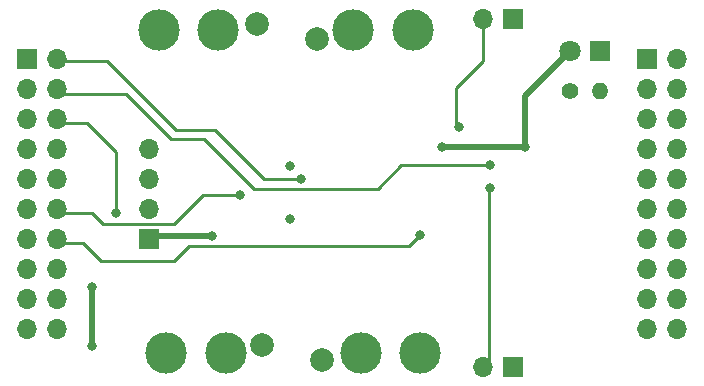
<source format=gbr>
%TF.GenerationSoftware,KiCad,Pcbnew,(5.1.6)-1*%
%TF.CreationDate,2020-06-16T01:11:05+01:00*%
%TF.ProjectId,peltier_driver_pcb,70656c74-6965-4725-9f64-72697665725f,rev?*%
%TF.SameCoordinates,Original*%
%TF.FileFunction,Copper,L2,Bot*%
%TF.FilePolarity,Positive*%
%FSLAX46Y46*%
G04 Gerber Fmt 4.6, Leading zero omitted, Abs format (unit mm)*
G04 Created by KiCad (PCBNEW (5.1.6)-1) date 2020-06-16 01:11:05*
%MOMM*%
%LPD*%
G01*
G04 APERTURE LIST*
%TA.AperFunction,ComponentPad*%
%ADD10O,1.700000X1.700000*%
%TD*%
%TA.AperFunction,ComponentPad*%
%ADD11R,1.700000X1.700000*%
%TD*%
%TA.AperFunction,ComponentPad*%
%ADD12C,2.010000*%
%TD*%
%TA.AperFunction,ComponentPad*%
%ADD13C,3.500000*%
%TD*%
%TA.AperFunction,ComponentPad*%
%ADD14C,1.400000*%
%TD*%
%TA.AperFunction,ComponentPad*%
%ADD15O,1.400000X1.400000*%
%TD*%
%TA.AperFunction,ComponentPad*%
%ADD16R,1.800000X1.800000*%
%TD*%
%TA.AperFunction,ComponentPad*%
%ADD17C,1.800000*%
%TD*%
%TA.AperFunction,ViaPad*%
%ADD18C,0.800000*%
%TD*%
%TA.AperFunction,Conductor*%
%ADD19C,0.500000*%
%TD*%
%TA.AperFunction,Conductor*%
%ADD20C,0.250000*%
%TD*%
G04 APERTURE END LIST*
D10*
%TO.P,U1,4*%
%TO.N,SDA*%
X120298000Y-66246000D03*
%TO.P,U1,3*%
%TO.N,SCL*%
X120298000Y-68786000D03*
%TO.P,U1,2*%
%TO.N,+3V3*%
X120298000Y-71326000D03*
D11*
%TO.P,U1,1*%
%TO.N,GND*%
X120298000Y-73866000D03*
%TD*%
D10*
%TO.P,J3,2*%
%TO.N,Net-(J3-Pad2)*%
X148624000Y-84714000D03*
D11*
%TO.P,J3,1*%
%TO.N,GND*%
X151164000Y-84714000D03*
%TD*%
%TO.P,J10,1*%
%TO.N,GND*%
X151164000Y-55250000D03*
D10*
%TO.P,J10,2*%
%TO.N,Net-(J10-Pad2)*%
X148624000Y-55250000D03*
%TD*%
D11*
%TO.P,J9,1*%
%TO.N,A0*%
X109960000Y-58640000D03*
D10*
%TO.P,J9,2*%
%TO.N,I_sense_2*%
X112500000Y-58640000D03*
%TO.P,J9,3*%
%TO.N,A1*%
X109960000Y-61180000D03*
%TO.P,J9,4*%
%TO.N,T_sense2*%
X112500000Y-61180000D03*
%TO.P,J9,5*%
%TO.N,A2*%
X109960000Y-63720000D03*
%TO.P,J9,6*%
%TO.N,+3V3*%
X112500000Y-63720000D03*
%TO.P,J9,7*%
%TO.N,A3*%
X109960000Y-66260000D03*
%TO.P,J9,8*%
%TO.N,SDA*%
X112500000Y-66260000D03*
%TO.P,J9,9*%
%TO.N,A4*%
X109960000Y-68800000D03*
%TO.P,J9,10*%
%TO.N,SCL*%
X112500000Y-68800000D03*
%TO.P,J9,11*%
%TO.N,D0*%
X109960000Y-71340000D03*
%TO.P,J9,12*%
%TO.N,I_sense_1*%
X112500000Y-71340000D03*
%TO.P,J9,13*%
%TO.N,D1*%
X109960000Y-73880000D03*
%TO.P,J9,14*%
%TO.N,T_sense1*%
X112500000Y-73880000D03*
%TO.P,J9,15*%
%TO.N,D2*%
X109960000Y-76420000D03*
%TO.P,J9,16*%
%TO.N,D3*%
X112500000Y-76420000D03*
%TO.P,J9,17*%
%TO.N,PWM0*%
X109960000Y-78960000D03*
%TO.P,J9,18*%
%TO.N,+5V*%
X112500000Y-78960000D03*
%TO.P,J9,19*%
%TO.N,PWM1*%
X109960000Y-81500000D03*
%TO.P,J9,20*%
%TO.N,GND*%
X112500000Y-81500000D03*
%TD*%
D12*
%TO.P,F1,1*%
%TO.N,Net-(F1-Pad1)*%
X129466000Y-55736000D03*
%TO.P,F1,2*%
%TO.N,Net-(F1-Pad2)*%
X134566000Y-56936000D03*
%TD*%
%TO.P,F6,2*%
%TO.N,Net-(F6-Pad2)*%
X134947000Y-84114000D03*
%TO.P,F6,1*%
%TO.N,Net-(F6-Pad1)*%
X129847000Y-82914000D03*
%TD*%
D13*
%TO.P,J1,1*%
%TO.N,Net-(F1-Pad2)*%
X137594000Y-56244000D03*
%TD*%
%TO.P,J2,1*%
%TO.N,Net-(F1-Pad1)*%
X126164000Y-56244000D03*
%TD*%
%TO.P,J4,1*%
%TO.N,Net-(J4-Pad1)*%
X121164000Y-56244000D03*
%TD*%
%TO.P,J5,1*%
%TO.N,Net-(J5-Pad1)*%
X142674000Y-56244000D03*
%TD*%
%TO.P,J21,1*%
%TO.N,Net-(F6-Pad2)*%
X138229000Y-83549000D03*
%TD*%
%TO.P,J22,1*%
%TO.N,Net-(F6-Pad1)*%
X126799000Y-83549000D03*
%TD*%
%TO.P,J25,1*%
%TO.N,Net-(J25-Pad1)*%
X143229000Y-83549000D03*
%TD*%
%TO.P,J28,1*%
%TO.N,Net-(J28-Pad1)*%
X121719000Y-83549000D03*
%TD*%
D11*
%TO.P,J6,1*%
%TO.N,Net-(J6-Pad1)*%
X162500000Y-58640000D03*
D10*
%TO.P,J6,2*%
%TO.N,Net-(J6-Pad2)*%
X165040000Y-58640000D03*
%TO.P,J6,3*%
%TO.N,Net-(J6-Pad3)*%
X162500000Y-61180000D03*
%TO.P,J6,4*%
%TO.N,Net-(J6-Pad4)*%
X165040000Y-61180000D03*
%TO.P,J6,5*%
%TO.N,Net-(J6-Pad5)*%
X162500000Y-63720000D03*
%TO.P,J6,6*%
%TO.N,Net-(J6-Pad6)*%
X165040000Y-63720000D03*
%TO.P,J6,7*%
%TO.N,Net-(J6-Pad7)*%
X162500000Y-66260000D03*
%TO.P,J6,8*%
%TO.N,Net-(J6-Pad8)*%
X165040000Y-66260000D03*
%TO.P,J6,9*%
%TO.N,Net-(J6-Pad9)*%
X162500000Y-68800000D03*
%TO.P,J6,10*%
%TO.N,Net-(J6-Pad10)*%
X165040000Y-68800000D03*
%TO.P,J6,11*%
%TO.N,Net-(J6-Pad11)*%
X162500000Y-71340000D03*
%TO.P,J6,12*%
%TO.N,Net-(J6-Pad12)*%
X165040000Y-71340000D03*
%TO.P,J6,13*%
%TO.N,Net-(J6-Pad13)*%
X162500000Y-73880000D03*
%TO.P,J6,14*%
%TO.N,Net-(J6-Pad14)*%
X165040000Y-73880000D03*
%TO.P,J6,15*%
%TO.N,Net-(J6-Pad15)*%
X162500000Y-76420000D03*
%TO.P,J6,16*%
%TO.N,Net-(J6-Pad16)*%
X165040000Y-76420000D03*
%TO.P,J6,17*%
%TO.N,Net-(J6-Pad17)*%
X162500000Y-78960000D03*
%TO.P,J6,18*%
%TO.N,Net-(J6-Pad18)*%
X165040000Y-78960000D03*
%TO.P,J6,19*%
%TO.N,Net-(J6-Pad19)*%
X162500000Y-81500000D03*
%TO.P,J6,20*%
%TO.N,Net-(J6-Pad20)*%
X165040000Y-81500000D03*
%TD*%
D14*
%TO.P,R10,1*%
%TO.N,GND*%
X155966000Y-61346000D03*
D15*
%TO.P,R10,2*%
%TO.N,Net-(D1-Pad1)*%
X158506000Y-61346000D03*
%TD*%
D16*
%TO.P,D1,1*%
%TO.N,Net-(D1-Pad1)*%
X158500000Y-58000000D03*
D17*
%TO.P,D1,2*%
%TO.N,+5V*%
X155960000Y-58000000D03*
%TD*%
D18*
%TO.N,GND*%
X115476000Y-82936000D03*
X115476000Y-78000000D03*
X125662400Y-73614200D03*
%TO.N,+3V3*%
X117528000Y-71712600D03*
%TO.N,+5V*%
X152148200Y-66099200D03*
X145087000Y-66099200D03*
X132234600Y-72195200D03*
X132285400Y-67699400D03*
%TO.N,T_sense2*%
X149201800Y-67674000D03*
%TO.N,T_sense1*%
X143258200Y-73541400D03*
%TO.N,Net-(J10-Pad2)*%
X146592000Y-64394000D03*
%TO.N,I_sense_1*%
X128018200Y-70163200D03*
%TO.N,I_sense_2*%
X133149000Y-68817000D03*
%TO.N,Net-(J3-Pad2)*%
X149157400Y-69601000D03*
%TD*%
D19*
%TO.N,GND*%
X115476000Y-78000000D02*
X115476000Y-82000000D01*
X125662400Y-73614200D02*
X125662400Y-73690400D01*
X120549800Y-73614200D02*
X125662400Y-73614200D01*
X120298000Y-73866000D02*
X120549800Y-73614200D01*
X115476000Y-82000000D02*
X115476000Y-82936000D01*
D20*
%TO.N,+3V3*%
X117528000Y-71712600D02*
X117528000Y-66528000D01*
X115080000Y-64080000D02*
X112540000Y-64080000D01*
X117528000Y-66528000D02*
X115080000Y-64080000D01*
D19*
%TO.N,+5V*%
X145087000Y-66099200D02*
X152148200Y-66099200D01*
X152148200Y-61811800D02*
X155960000Y-58000000D01*
X152148200Y-66099200D02*
X152148200Y-61811800D01*
D20*
%TO.N,T_sense2*%
X141658000Y-67674000D02*
X149201800Y-67674000D01*
X112600000Y-61600000D02*
X118398000Y-61600000D01*
X118398000Y-61600000D02*
X122208000Y-65410000D01*
X112540000Y-61540000D02*
X112600000Y-61600000D01*
X139702200Y-69629800D02*
X141658000Y-67674000D01*
X122208000Y-65410000D02*
X124992200Y-65410000D01*
X129212000Y-69629800D02*
X139702200Y-69629800D01*
X124992200Y-65410000D02*
X129212000Y-69629800D01*
%TO.N,T_sense1*%
X114731200Y-74240000D02*
X112540000Y-74240000D01*
X142347200Y-74452400D02*
X123706600Y-74452400D01*
X143258200Y-73541400D02*
X142347200Y-74452400D01*
X123706600Y-74452400D02*
X122436600Y-75722400D01*
X122436600Y-75722400D02*
X116213600Y-75722400D01*
X116213600Y-75722400D02*
X114731200Y-74240000D01*
%TO.N,Net-(J10-Pad2)*%
X146338000Y-61092000D02*
X146338000Y-64140000D01*
X148624000Y-55250000D02*
X148624000Y-58806000D01*
X146338000Y-64140000D02*
X146592000Y-64394000D01*
X148624000Y-58806000D02*
X146338000Y-61092000D01*
%TO.N,I_sense_1*%
X124843200Y-70163200D02*
X128018200Y-70163200D01*
X122404800Y-72601600D02*
X124843200Y-70163200D01*
X114734000Y-71700000D02*
X115467800Y-71700000D01*
X116369400Y-72601600D02*
X122404800Y-72601600D01*
X115467800Y-71700000D02*
X116369400Y-72601600D01*
X114734000Y-71700000D02*
X112540000Y-71700000D01*
%TO.N,I_sense_2*%
X112734000Y-58806000D02*
X112540000Y-59000000D01*
X133149000Y-68817000D02*
X130024800Y-68817000D01*
X130024800Y-68817000D02*
X125855800Y-64648000D01*
X125855800Y-64648000D02*
X122604600Y-64648000D01*
X122604600Y-64648000D02*
X116762600Y-58806000D01*
X116762600Y-58806000D02*
X112734000Y-58806000D01*
%TO.N,Net-(J3-Pad2)*%
X149132000Y-84206000D02*
X148624000Y-84714000D01*
X149386000Y-69474000D02*
X149132000Y-69728000D01*
X149132000Y-69728000D02*
X149132000Y-84206000D01*
%TD*%
M02*

</source>
